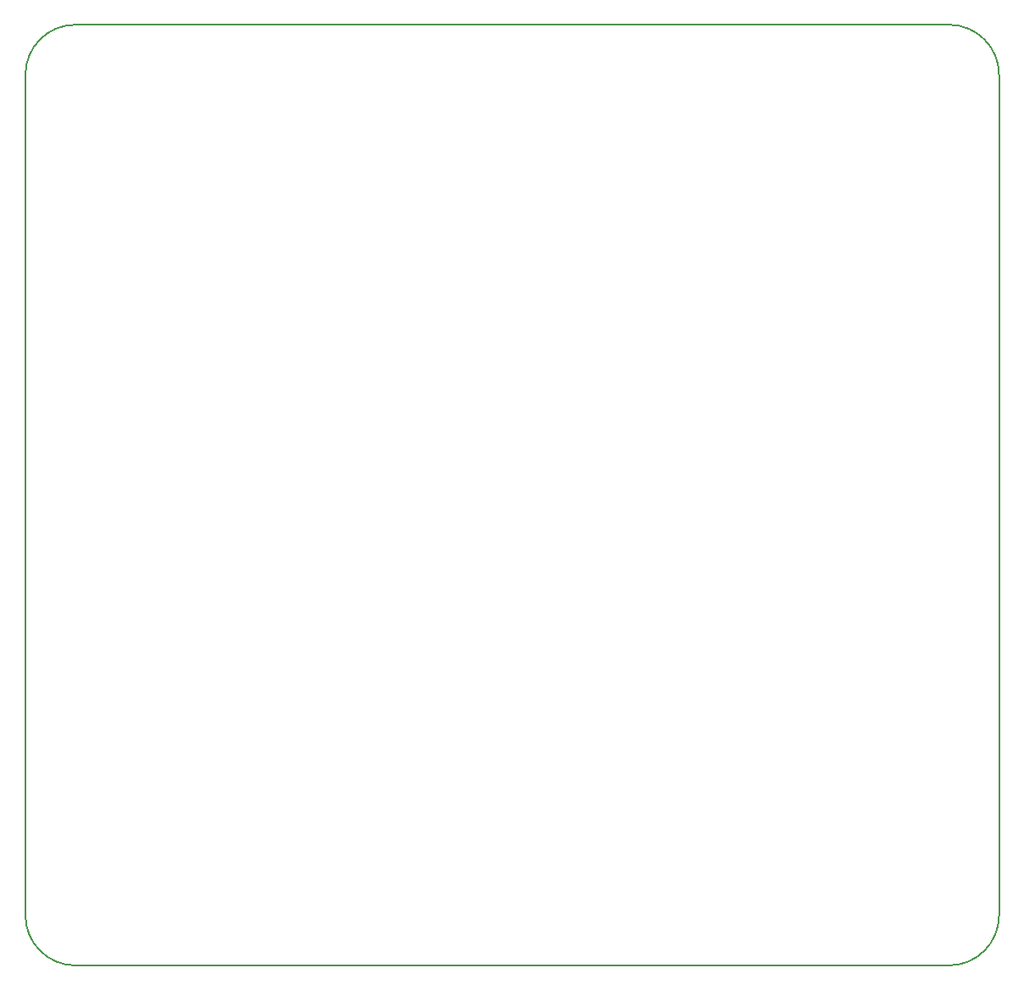
<source format=gbr>
%TF.GenerationSoftware,KiCad,Pcbnew,8.0.5*%
%TF.CreationDate,2024-12-25T22:13:30-08:00*%
%TF.ProjectId,ToastyReflowOvenPCB,546f6173-7479-4526-9566-6c6f774f7665,rev?*%
%TF.SameCoordinates,Original*%
%TF.FileFunction,Profile,NP*%
%FSLAX46Y46*%
G04 Gerber Fmt 4.6, Leading zero omitted, Abs format (unit mm)*
G04 Created by KiCad (PCBNEW 8.0.5) date 2024-12-25 22:13:30*
%MOMM*%
%LPD*%
G01*
G04 APERTURE LIST*
%TA.AperFunction,Profile*%
%ADD10C,0.200000*%
%TD*%
G04 APERTURE END LIST*
D10*
X183937988Y-135000000D02*
G75*
G02*
X178939000Y-140000001I-5000001J0D01*
G01*
X91690000Y-140000000D02*
G75*
G02*
X86690000Y-135000000I0J5000000D01*
G01*
X86690000Y-50950000D02*
G75*
G02*
X91690000Y-45950000I5000000J0D01*
G01*
X178939000Y-45950000D02*
G75*
G02*
X183939000Y-50950000I0J-5000000D01*
G01*
X91690000Y-140000000D02*
X178939000Y-140000000D01*
X86690000Y-50950000D02*
X86690000Y-135000000D01*
X178939000Y-45950000D02*
X91690000Y-45950000D01*
X183939000Y-50950000D02*
X183939000Y-135000000D01*
M02*

</source>
